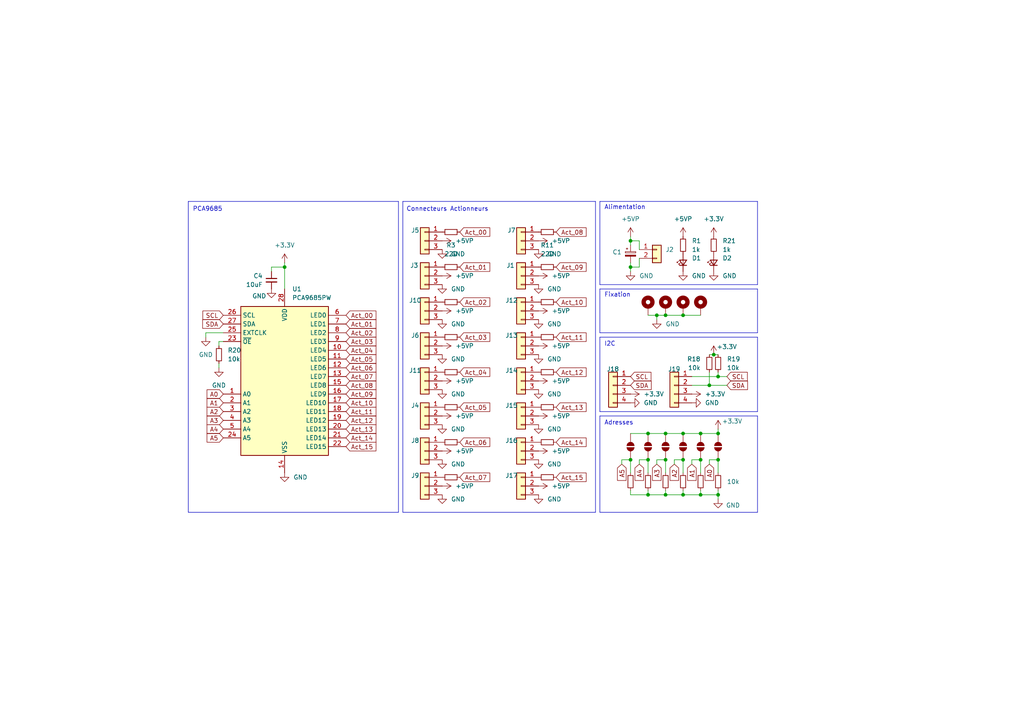
<source format=kicad_sch>
(kicad_sch (version 20231120) (generator "eeschema") (generator_version "8.0")
  (paper "A4")
  (lib_symbols
    (symbol "Connector_Generic:Conn_01x02" (pin_names (offset 1.016) hide)
      (property "Reference" "J" (at 0 2.54 0))
      (property "Value" "Conn_01x02" (at 0 -5.08 0))
      (symbol "Conn_01x02_1_1"
        (rectangle (start -1.27 -2.413) (end 0 -2.667) (stroke (width 0.1524)))
        (rectangle (start -1.27 0.127) (end 0 -0.127) (stroke (width 0.1524)))
        (rectangle (start -1.27 1.27) (end 1.27 -3.81) (stroke (width 0.254)) (fill (type background)))
        (pin passive line (at -5.08 0 0) (length 3.81) (name "Pin_1") (number "1"))
        (pin passive line (at -5.08 -2.54 0) (length 3.81) (name "Pin_2") (number "2"))
      )
    )
    (symbol "Connector_Generic:Conn_01x03" (pin_names (offset 1.016) hide)
      (property "Reference" "J" (at 0 5.08 0))
      (property "Value" "Conn_01x03" (at 0 -5.08 0))
      (symbol "Conn_01x03_1_1"
        (rectangle (start -1.27 -2.413) (end 0 -2.667) (stroke (width 0.1524)))
        (rectangle (start -1.27 0.127) (end 0 -0.127) (stroke (width 0.1524)))
        (rectangle (start -1.27 2.667) (end 0 2.413) (stroke (width 0.1524)))
        (rectangle (start -1.27 3.81) (end 1.27 -3.81) (stroke (width 0.254)) (fill (type background)))
        (pin passive line (at -5.08 2.54 0) (length 3.81) (name "Pin_1") (number "1"))
        (pin passive line (at -5.08 0 0) (length 3.81) (name "Pin_2") (number "2"))
        (pin passive line (at -5.08 -2.54 0) (length 3.81) (name "Pin_3") (number "3"))
      )
    )
    (symbol "Connector_Generic:Conn_01x04" (pin_names (offset 1.016) hide)
      (property "Reference" "J" (at 0 5.08 0))
      (property "Value" "Conn_01x04" (at 0 -7.62 0))
      (symbol "Conn_01x04_1_1"
        (rectangle (start -1.27 -4.953) (end 0 -5.207) (stroke (width 0.1524)))
        (rectangle (start -1.27 -2.413) (end 0 -2.667) (stroke (width 0.1524)))
        (rectangle (start -1.27 0.127) (end 0 -0.127) (stroke (width 0.1524)))
        (rectangle (start -1.27 2.667) (end 0 2.413) (stroke (width 0.1524)))
        (rectangle (start -1.27 3.81) (end 1.27 -6.35) (stroke (width 0.254)) (fill (type background)))
        (pin passive line (at -5.08 2.54 0) (length 3.81) (name "Pin_1") (number "1"))
        (pin passive line (at -5.08 0 0) (length 3.81) (name "Pin_2") (number "2"))
        (pin passive line (at -5.08 -2.54 0) (length 3.81) (name "Pin_3") (number "3"))
        (pin passive line (at -5.08 -5.08 0) (length 3.81) (name "Pin_4") (number "4"))
      )
    )
    (symbol "Device:C_Polarized_Small" (pin_numbers hide) (pin_names (offset 0.254) hide)
      (property "Reference" "C" (at 0.254 1.778 0))
      (property "Value" "C_Polarized_Small" (at 0.254 -2.032 0))
      (symbol "C_Polarized_Small_0_1"
        (rectangle (start -1.524 -0.3048) (end 1.524 -0.6858) (fill (type outline)))
        (rectangle (start -1.524 0.6858) (end 1.524 0.3048))
        (polyline (pts (xy -1.27 1.524) (xy -0.762 1.524)))
        (polyline (pts (xy -1.016 1.27) (xy -1.016 1.778)))
      )
      (symbol "C_Polarized_Small_1_1"
        (pin passive line (at 0 2.54 270) (length 1.8542) (name "~") (number "1"))
        (pin passive line (at 0 -2.54 90) (length 1.8542) (name "~") (number "2"))
      )
    )
    (symbol "Device:C_Small" (pin_numbers hide) (pin_names (offset 0.254) hide)
      (property "Reference" "C" (at 0.254 1.778 0))
      (property "Value" "C_Small" (at 0.254 -2.032 0))
      (symbol "C_Small_0_1"
        (polyline (pts (xy -1.524 -0.508) (xy 1.524 -0.508)) (stroke (width 0.3302)))
        (polyline (pts (xy -1.524 0.508) (xy 1.524 0.508)) (stroke (width 0.3048)))
      )
      (symbol "C_Small_1_1"
        (pin passive line (at 0 2.54 270) (length 2.032) (name "~") (number "1"))
        (pin passive line (at 0 -2.54 90) (length 2.032) (name "~") (number "2"))
      )
    )
    (symbol "Device:LED_Small" (pin_numbers hide) (pin_names (offset 0.254) hide)
      (property "Reference" "D" (at -1.27 3.175 0))
      (property "Value" "LED_Small" (at -4.445 -2.54 0))
      (symbol "LED_Small_0_1"
        (polyline (pts (xy -0.762 -1.016) (xy -0.762 1.016)) (stroke (width 0.254)))
        (polyline (pts (xy 1.016 0) (xy -0.762 0)))
        (polyline (pts (xy 0.762 -1.016) (xy -0.762 0) (xy 0.762 1.016) (xy 0.762 -1.016)) (stroke (width 0.254)))
        (polyline (pts (xy 0 0.762) (xy -0.508 1.27) (xy -0.254 1.27) (xy -0.508 1.27) (xy -0.508 1.016)))
        (polyline (pts (xy 0.508 1.27) (xy 0 1.778) (xy 0.254 1.778) (xy 0 1.778) (xy 0 1.524)))
      )
      (symbol "LED_Small_1_1"
        (pin passive line (at -2.54 0 0) (length 1.778) (name "K") (number "1"))
        (pin passive line (at 2.54 0 180) (length 1.778) (name "A") (number "2"))
      )
    )
    (symbol "Device:R_Small" (pin_numbers hide) (pin_names (offset 0.254) hide)
      (property "Reference" "R" (at 0.762 0.508 0))
      (property "Value" "R_Small" (at 0.762 -1.016 0))
      (symbol "R_Small_0_1"
        (rectangle (start -0.762 1.778) (end 0.762 -1.778) (stroke (width 0.2032)))
      )
      (symbol "R_Small_1_1"
        (pin passive line (at 0 2.54 270) (length 0.762) (name "~") (number "1"))
        (pin passive line (at 0 -2.54 90) (length 0.762) (name "~") (number "2"))
      )
    )
    (symbol "Driver_LED:PCA9685PW"
      (property "Reference" "U" (at -12.7 22.225 0))
      (property "Value" "PCA9685PW" (at 1.27 22.225 0))
      (symbol "PCA9685PW_0_1"
        (rectangle (start -12.7 20.32) (end 12.7 -22.86) (stroke (width 0.254)) (fill (type background)))
      )
      (symbol "PCA9685PW_1_1"
        (pin input line (at -17.78 -5.08 0) (length 5.08) (name "A0") (number "1"))
        (pin output line (at 17.78 7.62 180) (length 5.08) (name "LED4") (number "10"))
        (pin output line (at 17.78 5.08 180) (length 5.08) (name "LED5") (number "11"))
        (pin output line (at 17.78 2.54 180) (length 5.08) (name "LED6") (number "12"))
        (pin output line (at 17.78 0 180) (length 5.08) (name "LED7") (number "13"))
        (pin power_in line (at 0 -27.94 90) (length 5.08) (name "VSS") (number "14"))
        (pin output line (at 17.78 -2.54 180) (length 5.08) (name "LED8") (number "15"))
        (pin output line (at 17.78 -5.08 180) (length 5.08) (name "LED9") (number "16"))
        (pin output line (at 17.78 -7.62 180) (length 5.08) (name "LED10") (number "17"))
        (pin output line (at 17.78 -10.16 180) (length 5.08) (name "LED11") (number "18"))
        (pin output line (at 17.78 -12.7 180) (length 5.08) (name "LED12") (number "19"))
        (pin input line (at -17.78 -7.62 0) (length 5.08) (name "A1") (number "2"))
        (pin output line (at 17.78 -15.24 180) (length 5.08) (name "LED13") (number "20"))
        (pin output line (at 17.78 -17.78 180) (length 5.08) (name "LED14") (number "21"))
        (pin output line (at 17.78 -20.32 180) (length 5.08) (name "LED15") (number "22"))
        (pin input line (at -17.78 10.16 0) (length 5.08) (name "~{OE}") (number "23"))
        (pin input line (at -17.78 -17.78 0) (length 5.08) (name "A5") (number "24"))
        (pin input line (at -17.78 12.7 0) (length 5.08) (name "EXTCLK") (number "25"))
        (pin input line (at -17.78 17.78 0) (length 5.08) (name "SCL") (number "26"))
        (pin bidirectional line (at -17.78 15.24 0) (length 5.08) (name "SDA") (number "27"))
        (pin power_in line (at 0 25.4 270) (length 5.08) (name "VDD") (number "28"))
        (pin input line (at -17.78 -10.16 0) (length 5.08) (name "A2") (number "3"))
        (pin input line (at -17.78 -12.7 0) (length 5.08) (name "A3") (number "4"))
        (pin input line (at -17.78 -15.24 0) (length 5.08) (name "A4") (number "5"))
        (pin output line (at 17.78 17.78 180) (length 5.08) (name "LED0") (number "6"))
        (pin output line (at 17.78 15.24 180) (length 5.08) (name "LED1") (number "7"))
        (pin output line (at 17.78 12.7 180) (length 5.08) (name "LED2") (number "8"))
        (pin output line (at 17.78 10.16 180) (length 5.08) (name "LED3") (number "9"))
      )
    )
    (symbol "Jumper:SolderJumper_2_Open" (pin_numbers hide) (pin_names (offset 0) hide) (exclude_from_sim yes) (in_bom no)
      (property "Reference" "JP" (at 0 2.032 0))
      (property "Value" "SolderJumper_2_Open" (at 0 -2.54 0))
      (symbol "SolderJumper_2_Open_0_1"
        (arc (start -0.254 1.016) (mid -1.2656 0) (end -0.254 -1.016))
        (arc (start -0.254 1.016) (mid -1.2656 0) (end -0.254 -1.016) (fill (type outline)))
        (polyline (pts (xy -0.254 1.016) (xy -0.254 -1.016)))
        (polyline (pts (xy 0.254 1.016) (xy 0.254 -1.016)))
        (arc (start 0.254 -1.016) (mid 1.2656 0) (end 0.254 1.016))
        (arc (start 0.254 -1.016) (mid 1.2656 0) (end 0.254 1.016) (fill (type outline)))
      )
      (symbol "SolderJumper_2_Open_1_1"
        (pin passive line (at -3.81 0 0) (length 2.54) (name "A") (number "1"))
        (pin passive line (at 3.81 0 180) (length 2.54) (name "B") (number "2"))
      )
    )
    (symbol "Mechanical:MountingHole_Pad" (pin_numbers hide) (pin_names (offset 1.016) hide)
      (property "Reference" "H" (at 0 6.35 0))
      (property "Value" "MountingHole_Pad" (at 0 4.445 0))
      (symbol "MountingHole_Pad_0_1"
        (circle (center 0 1.27) (radius 1.27) (stroke (width 1.27)))
      )
      (symbol "MountingHole_Pad_1_1"
        (pin input line (at 0 -2.54 90) (length 2.54) (name "1") (number "1"))
      )
    )
    (symbol "power:+3.3V" (power) (pin_numbers hide) (pin_names (offset 0) hide)
      (property "Value" "+3.3V" (at 0 3.556 0))
      (symbol "+3.3V_0_1"
        (polyline (pts (xy -0.762 1.27) (xy 0 2.54)))
        (polyline (pts (xy 0 0) (xy 0 2.54)))
        (polyline (pts (xy 0 2.54) (xy 0.762 1.27)))
      )
      (symbol "+3.3V_1_1"
        (pin power_in line (at 0 0 90) (length 0) (name "~") (number "1"))
      )
    )
    (symbol "power:+5VP" (power) (pin_names (offset 0))
      (property "Value" "+5VP" (at 0 3.556 0))
      (symbol "+5VP_0_1"
        (polyline (pts (xy -0.762 1.27) (xy 0 2.54)))
        (polyline (pts (xy 0 0) (xy 0 2.54)))
        (polyline (pts (xy 0 2.54) (xy 0.762 1.27)))
      )
      (symbol "+5VP_1_1"
        (pin power_in line (at 0 0 90) (length 0) hide (name "+5VP") (number "1"))
      )
    )
    (symbol "power:GND" (power) (pin_names (offset 0))
      (property "Value" "GND" (at 0 -3.81 0))
      (symbol "GND_0_1"
        (polyline (pts (xy 0 0) (xy 0 -1.27) (xy 1.27 -1.27) (xy 0 -2.54) (xy -1.27 -1.27) (xy 0 -1.27)))
      )
      (symbol "GND_1_1"
        (pin power_in line (at 0 0 270) (length 0) hide (name "GND") (number "1"))
      )
    )
  )
  (junction (at 198.12 91.44))
  (junction (at 187.96 143.51))
  (junction (at 208.28 143.51))
  (junction (at 208.28 125.73))
  (junction (at 187.96 125.73))
  (junction (at 182.88 77.47))
  (junction (at 193.04 143.51))
  (junction (at 203.2 143.51))
  (junction (at 203.2 133.35))
  (junction (at 190.5 91.44))
  (junction (at 208.28 109.22))
  (junction (at 187.96 133.35))
  (junction (at 208.28 133.35))
  (junction (at 203.2 125.73))
  (junction (at 205.74 111.76))
  (junction (at 198.12 133.35))
  (junction (at 182.88 133.35))
  (junction (at 198.12 143.51))
  (junction (at 182.88 69.85))
  (junction (at 207.01 102.87))
  (junction (at 193.04 133.35))
  (junction (at 193.04 91.44))
  (junction (at 193.04 125.73))
  (junction (at 82.55 77.47))
  (junction (at 198.12 125.73))
  (wire (pts (xy 193.04 91.44) (xy 198.12 91.44)))
  (wire (pts (xy 205.74 134.62) (xy 205.74 133.35)))
  (wire (pts (xy 198.12 125.73) (xy 203.2 125.73)))
  (wire (pts (xy 180.34 134.62) (xy 180.34 133.35)))
  (polyline (pts (xy 219.71 58.42) (xy 219.71 82.55)))
  (wire (pts (xy 208.28 143.51) (xy 208.28 142.24)))
  (polyline (pts (xy 116.84 148.59) (xy 116.84 58.42)))
  (wire (pts (xy 182.88 143.51) (xy 187.96 143.51)))
  (wire (pts (xy 208.28 133.35) (xy 208.28 137.16)))
  (wire (pts (xy 203.2 125.73) (xy 208.28 125.73)))
  (wire (pts (xy 182.88 133.35) (xy 182.88 137.16)))
  (polyline (pts (xy 219.71 97.79) (xy 219.71 119.38)))
  (wire (pts (xy 182.88 76.2) (xy 182.88 77.47)))
  (wire (pts (xy 182.88 71.12) (xy 182.88 69.85)))
  (wire (pts (xy 182.88 142.24) (xy 182.88 143.51)))
  (wire (pts (xy 198.12 142.24) (xy 198.12 143.51)))
  (polyline (pts (xy 173.99 58.42) (xy 173.99 82.55)))
  (polyline (pts (xy 115.57 148.59) (xy 54.61 148.59)))
  (wire (pts (xy 203.2 142.24) (xy 203.2 143.51)))
  (wire (pts (xy 182.88 77.47) (xy 185.42 77.47)))
  (wire (pts (xy 205.74 111.76) (xy 210.82 111.76)))
  (wire (pts (xy 207.01 102.87) (xy 208.28 102.87)))
  (wire (pts (xy 200.66 109.22) (xy 208.28 109.22)))
  (wire (pts (xy 190.5 134.62) (xy 190.5 133.35)))
  (wire (pts (xy 78.74 77.47) (xy 82.55 77.47)))
  (polyline (pts (xy 219.71 148.59) (xy 173.99 148.59)))
  (polyline (pts (xy 219.71 82.55) (xy 173.99 82.55)))
  (wire (pts (xy 182.88 125.73) (xy 187.96 125.73)))
  (wire (pts (xy 180.34 133.35) (xy 182.88 133.35)))
  (polyline (pts (xy 173.99 97.79) (xy 173.99 119.38)))
  (wire (pts (xy 193.04 142.24) (xy 193.04 143.51)))
  (wire (pts (xy 190.5 91.44) (xy 193.04 91.44)))
  (wire (pts (xy 185.42 74.93) (xy 185.42 77.47)))
  (wire (pts (xy 195.58 133.35) (xy 198.12 133.35)))
  (polyline (pts (xy 115.57 58.42) (xy 115.57 148.59)))
  (wire (pts (xy 182.88 77.47) (xy 182.88 78.74)))
  (wire (pts (xy 190.5 133.35) (xy 193.04 133.35)))
  (wire (pts (xy 205.74 133.35) (xy 208.28 133.35)))
  (polyline (pts (xy 173.99 120.65) (xy 173.99 148.59)))
  (wire (pts (xy 203.2 133.35) (xy 203.2 137.16)))
  (wire (pts (xy 198.12 133.35) (xy 198.12 137.16)))
  (wire (pts (xy 187.96 91.44) (xy 190.5 91.44)))
  (wire (pts (xy 200.66 134.62) (xy 200.66 133.35)))
  (polyline (pts (xy 173.99 97.79) (xy 219.71 97.79)))
  (wire (pts (xy 187.96 125.73) (xy 193.04 125.73)))
  (wire (pts (xy 64.77 99.06) (xy 63.5 99.06)))
  (wire (pts (xy 187.96 143.51) (xy 193.04 143.51)))
  (polyline (pts (xy 172.72 148.59) (xy 116.84 148.59)))
  (polyline (pts (xy 173.99 120.65) (xy 219.71 120.65)))
  (wire (pts (xy 185.42 134.62) (xy 185.42 133.35)))
  (wire (pts (xy 193.04 143.51) (xy 198.12 143.51)))
  (wire (pts (xy 182.88 69.85) (xy 185.42 69.85)))
  (wire (pts (xy 82.55 77.47) (xy 82.55 76.2)))
  (polyline (pts (xy 173.99 83.82) (xy 219.71 83.82)))
  (wire (pts (xy 198.12 91.44) (xy 203.2 91.44)))
  (wire (pts (xy 190.5 91.44) (xy 190.5 92.71)))
  (polyline (pts (xy 219.71 96.52) (xy 173.99 96.52)))
  (wire (pts (xy 185.42 72.39) (xy 185.42 69.85)))
  (wire (pts (xy 208.28 144.78) (xy 208.28 143.51)))
  (wire (pts (xy 193.04 133.35) (xy 193.04 137.16)))
  (polyline (pts (xy 173.99 58.42) (xy 219.71 58.42)))
  (wire (pts (xy 82.55 77.47) (xy 82.55 83.82)))
  (wire (pts (xy 200.66 133.35) (xy 203.2 133.35)))
  (wire (pts (xy 195.58 134.62) (xy 195.58 133.35)))
  (polyline (pts (xy 219.71 120.65) (xy 219.71 148.59)))
  (wire (pts (xy 63.5 99.06) (xy 63.5 100.33)))
  (wire (pts (xy 200.66 111.76) (xy 205.74 111.76)))
  (wire (pts (xy 205.74 107.95) (xy 205.74 111.76)))
  (polyline (pts (xy 219.71 119.38) (xy 173.99 119.38)))
  (polyline (pts (xy 173.99 83.82) (xy 173.99 96.52)))
  (wire (pts (xy 59.69 96.52) (xy 59.69 97.79)))
  (wire (pts (xy 193.04 125.73) (xy 198.12 125.73)))
  (wire (pts (xy 198.12 143.51) (xy 203.2 143.51)))
  (wire (pts (xy 208.28 109.22) (xy 208.28 107.95)))
  (polyline (pts (xy 116.84 58.42) (xy 172.72 58.42)))
  (wire (pts (xy 182.88 68.58) (xy 182.88 69.85)))
  (wire (pts (xy 203.2 143.51) (xy 208.28 143.51)))
  (wire (pts (xy 205.74 102.87) (xy 207.01 102.87)))
  (wire (pts (xy 185.42 133.35) (xy 187.96 133.35)))
  (wire (pts (xy 208.28 124.46) (xy 208.28 125.73)))
  (polyline (pts (xy 54.61 58.42) (xy 54.61 148.59)))
  (wire (pts (xy 64.77 96.52) (xy 59.69 96.52)))
  (polyline (pts (xy 54.61 58.42) (xy 115.57 58.42)))
  (wire (pts (xy 187.96 142.24) (xy 187.96 143.51)))
  (wire (pts (xy 78.74 78.74) (xy 78.74 77.47)))
  (wire (pts (xy 187.96 133.35) (xy 187.96 137.16)))
  (wire (pts (xy 63.5 105.41) (xy 63.5 106.68)))
  (polyline (pts (xy 172.72 58.42) (xy 172.72 148.59)))
  (wire (pts (xy 210.82 109.22) (xy 208.28 109.22)))
  (polyline (pts (xy 219.71 83.82) (xy 219.71 96.52)))
  (text "Adresses" (at 175.26 123.444 0) (effects (font (size 1.27 1.27)) (justify left bottom)))
  (text "Alimentation" (at 175.26 60.96 0) (effects (font (size 1.27 1.27)) (justify left bottom)))
  (text "Fixation" (at 175.26 86.36 0) (effects (font (size 1.27 1.27)) (justify left bottom)))
  (text "PCA9685" (at 55.88 61.468 0) (effects (font (size 1.27 1.27)) (justify left bottom)))
  (text "I2C" (at 175.26 100.584 0) (effects (font (size 1.27 1.27)) (justify left bottom)))
  (text "Connecteurs Actionneurs" (at 117.856 61.468 0) (effects (font (size 1.27 1.27)) (justify left bottom)))
  (global_label "A1" (shape input) (at 64.77 116.84 180) (property "Intersheetrefs" "${INTERSHEET_REFS}" (effects (hide yes))))
  (global_label "Act_03" (shape input) (at 100.33 99.06 0) (property "Intersheetrefs" "${INTERSHEET_REFS}" (effects (hide yes))))
  (global_label "Act_15" (shape input) (at 100.33 129.54 0) (property "Intersheetrefs" "${INTERSHEET_REFS}" (effects (hide yes))))
  (global_label "A4" (shape input) (at 185.42 134.62 270) (property "Intersheetrefs" "${INTERSHEET_REFS}" (effects (hide yes))))
  (global_label "Act_08" (shape input) (at 100.33 111.76 0) (property "Intersheetrefs" "${INTERSHEET_REFS}" (effects (hide yes))))
  (global_label "Act_04" (shape input) (at 100.33 101.6 0) (property "Intersheetrefs" "${INTERSHEET_REFS}" (effects (hide yes))))
  (global_label "A4" (shape input) (at 64.77 124.46 180) (property "Intersheetrefs" "${INTERSHEET_REFS}" (effects (hide yes))))
  (global_label "Act_08" (shape input) (at 161.29 67.31 0) (property "Intersheetrefs" "${INTERSHEET_REFS}" (effects (hide yes))))
  (global_label "A5" (shape input) (at 64.77 127 180) (property "Intersheetrefs" "${INTERSHEET_REFS}" (effects (hide yes))))
  (global_label "Act_06" (shape input) (at 133.35 128.27 0) (property "Intersheetrefs" "${INTERSHEET_REFS}" (effects (hide yes))))
  (global_label "Act_03" (shape input) (at 133.35 97.79 0) (property "Intersheetrefs" "${INTERSHEET_REFS}" (effects (hide yes))))
  (global_label "SDA" (shape input) (at 182.88 111.76 0) (property "Intersheetrefs" "${INTERSHEET_REFS}" (effects (hide yes))))
  (global_label "Act_09" (shape input) (at 100.33 114.3 0) (property "Intersheetrefs" "${INTERSHEET_REFS}" (effects (hide yes))))
  (global_label "SCL" (shape input) (at 182.88 109.22 0) (property "Intersheetrefs" "${INTERSHEET_REFS}" (effects (hide yes))))
  (global_label "Act_11" (shape input) (at 100.33 119.38 0) (property "Intersheetrefs" "${INTERSHEET_REFS}" (effects (hide yes))))
  (global_label "A3" (shape input) (at 190.5 134.62 270) (property "Intersheetrefs" "${INTERSHEET_REFS}" (effects (hide yes))))
  (global_label "A1" (shape input) (at 200.66 134.62 270) (property "Intersheetrefs" "${INTERSHEET_REFS}" (effects (hide yes))))
  (global_label "A2" (shape input) (at 64.77 119.38 180) (property "Intersheetrefs" "${INTERSHEET_REFS}" (effects (hide yes))))
  (global_label "Act_15" (shape input) (at 161.29 138.43 0) (property "Intersheetrefs" "${INTERSHEET_REFS}" (effects (hide yes))))
  (global_label "A3" (shape input) (at 64.77 121.92 180) (property "Intersheetrefs" "${INTERSHEET_REFS}" (effects (hide yes))))
  (global_label "Act_12" (shape input) (at 161.29 107.95 0) (property "Intersheetrefs" "${INTERSHEET_REFS}" (effects (hide yes))))
  (global_label "Act_09" (shape input) (at 161.29 77.47 0) (property "Intersheetrefs" "${INTERSHEET_REFS}" (effects (hide yes))))
  (global_label "Act_01" (shape input) (at 133.35 77.47 0) (property "Intersheetrefs" "${INTERSHEET_REFS}" (effects (hide yes))))
  (global_label "SCL" (shape input) (at 64.77 91.44 180) (property "Intersheetrefs" "${INTERSHEET_REFS}" (effects (hide yes))))
  (global_label "Act_13" (shape input) (at 100.33 124.46 0) (property "Intersheetrefs" "${INTERSHEET_REFS}" (effects (hide yes))))
  (global_label "A0" (shape input) (at 64.77 114.3 180) (property "Intersheetrefs" "${INTERSHEET_REFS}" (effects (hide yes))))
  (global_label "Act_07" (shape input) (at 100.33 109.22 0) (property "Intersheetrefs" "${INTERSHEET_REFS}" (effects (hide yes))))
  (global_label "SCL" (shape input) (at 210.82 109.22 0) (property "Intersheetrefs" "${INTERSHEET_REFS}" (effects (hide yes))))
  (global_label "A0" (shape input) (at 205.74 134.62 270) (property "Intersheetrefs" "${INTERSHEET_REFS}" (effects (hide yes))))
  (global_label "Act_01" (shape input) (at 100.33 93.98 0) (property "Intersheetrefs" "${INTERSHEET_REFS}" (effects (hide yes))))
  (global_label "Act_04" (shape input) (at 133.35 107.95 0) (property "Intersheetrefs" "${INTERSHEET_REFS}" (effects (hide yes))))
  (global_label "Act_05" (shape input) (at 100.33 104.14 0) (property "Intersheetrefs" "${INTERSHEET_REFS}" (effects (hide yes))))
  (global_label "Act_02" (shape input) (at 133.35 87.63 0) (property "Intersheetrefs" "${INTERSHEET_REFS}" (effects (hide yes))))
  (global_label "SDA" (shape input) (at 210.82 111.76 0) (property "Intersheetrefs" "${INTERSHEET_REFS}" (effects (hide yes))))
  (global_label "Act_14" (shape input) (at 161.29 128.27 0) (property "Intersheetrefs" "${INTERSHEET_REFS}" (effects (hide yes))))
  (global_label "SDA" (shape input) (at 64.77 93.98 180) (property "Intersheetrefs" "${INTERSHEET_REFS}" (effects (hide yes))))
  (global_label "Act_00" (shape input) (at 100.33 91.44 0) (property "Intersheetrefs" "${INTERSHEET_REFS}" (effects (hide yes))))
  (global_label "A2" (shape input) (at 195.58 134.62 270) (property "Intersheetrefs" "${INTERSHEET_REFS}" (effects (hide yes))))
  (global_label "Act_12" (shape input) (at 100.33 121.92 0) (property "Intersheetrefs" "${INTERSHEET_REFS}" (effects (hide yes))))
  (global_label "Act_10" (shape input) (at 100.33 116.84 0) (property "Intersheetrefs" "${INTERSHEET_REFS}" (effects (hide yes))))
  (global_label "Act_06" (shape input) (at 100.33 106.68 0) (property "Intersheetrefs" "${INTERSHEET_REFS}" (effects (hide yes))))
  (global_label "Act_13" (shape input) (at 161.29 118.11 0) (property "Intersheetrefs" "${INTERSHEET_REFS}" (effects (hide yes))))
  (global_label "Act_11" (shape input) (at 161.29 97.79 0) (property "Intersheetrefs" "${INTERSHEET_REFS}" (effects (hide yes))))
  (global_label "A5" (shape input) (at 180.34 134.62 270) (property "Intersheetrefs" "${INTERSHEET_REFS}" (effects (hide yes))))
  (global_label "Act_05" (shape input) (at 133.35 118.11 0) (property "Intersheetrefs" "${INTERSHEET_REFS}" (effects (hide yes))))
  (global_label "Act_07" (shape input) (at 133.35 138.43 0) (property "Intersheetrefs" "${INTERSHEET_REFS}" (effects (hide yes))))
  (global_label "Act_00" (shape input) (at 133.35 67.31 0) (property "Intersheetrefs" "${INTERSHEET_REFS}" (effects (hide yes))))
  (global_label "Act_02" (shape input) (at 100.33 96.52 0) (property "Intersheetrefs" "${INTERSHEET_REFS}" (effects (hide yes))))
  (global_label "Act_14" (shape input) (at 100.33 127 0) (property "Intersheetrefs" "${INTERSHEET_REFS}" (effects (hide yes))))
  (global_label "Act_10" (shape input) (at 161.29 87.63 0) (property "Intersheetrefs" "${INTERSHEET_REFS}" (effects (hide yes))))
  (symbol (lib_id "power:GND") (at 156.21 143.51 0) (unit 1)
    (property "Reference" "#PWR014" (effects (hide yes)))
    (property "Value" "GND" (at 158.75 144.7799 0) (effects (justify left)))
  )
  (symbol (lib_id "power:+3.3V") (at 207.01 102.87 0) (unit 1)
    (property "Reference" "#PWR017" (effects (hide yes)))
    (property "Value" "+3.3V" (at 210.82 100.584 0))
    (property "Description" "Power symbol creates a global label with name \"+3.3V\"" (effects (hide yes)))
  )
  (symbol (lib_id "power:+5VP") (at 128.27 100.33 270) (unit 1)
    (property "Reference" "#PWR0110" (effects (hide yes)))
    (property "Value" "+5VP" (at 132.08 100.3299 90) (effects (justify left)))
  )
  (symbol (lib_id "power:+5VP") (at 156.21 130.81 270) (unit 1)
    (property "Reference" "#PWR011" (effects (hide yes)))
    (property "Value" "+5VP" (at 160.02 130.8099 90) (effects (justify left)))
  )
  (symbol (lib_id "Device:R_Small") (at 130.81 67.31 90) (unit 1)
    (property "Reference" "R2" (effects (hide yes)))
    (property "Value" "220" (effects (hide yes)))
    (property "Footprint" "Resistor_SMD:R_1206_3216Metric_Pad1.30x1.75mm_HandSolder" (effects (hide yes)))
  )
  (symbol (lib_id "Connector_Generic:Conn_01x03") (at 151.13 100.33 0) (mirror y) (unit 1)
    (property "Reference" "J13" (at 148.3674 97.2845 0))
    (property "Value" "Conn_01x03" (effects (hide yes)))
    (property "Footprint" "Connector_PinHeader_2.54mm:PinHeader_1x03_P2.54mm_Vertical" (effects (hide yes)))
  )
  (symbol (lib_id "Jumper:SolderJumper_2_Open") (at 208.28 129.54 90) (unit 1) (exclude_from_sim yes) (in_bom no)
    (property "Reference" "JP1" (effects (hide yes)))
    (property "Value" "SolderJumper_2_Open" (effects (hide yes)))
    (property "Footprint" "Jumper:SolderJumper-2_P1.3mm_Open_RoundedPad1.0x1.5mm" (effects (hide yes)))
    (property "Description" "Solder Jumper, 2-pole, open" (effects (hide yes)))
  )
  (symbol (lib_id "Connector_Generic:Conn_01x03") (at 151.13 140.97 0) (mirror y) (unit 1)
    (property "Reference" "J17" (at 148.3674 137.9245 0))
    (property "Value" "Conn_01x03" (effects (hide yes)))
    (property "Footprint" "Connector_PinHeader_2.54mm:PinHeader_1x03_P2.54mm_Vertical" (effects (hide yes)))
  )
  (symbol (lib_id "power:GND") (at 190.5 92.71 0) (unit 1)
    (property "Reference" "#PWR0106" (effects (hide yes)))
    (property "Value" "GND" (at 193.04 93.9799 0) (effects (justify left)))
  )
  (symbol (lib_id "power:GND") (at 156.21 82.55 0) (unit 1)
    (property "Reference" "#PWR02" (effects (hide yes)))
    (property "Value" "GND" (at 158.75 83.8199 0) (effects (justify left)))
  )
  (symbol (lib_id "power:+5VP") (at 156.21 110.49 270) (unit 1)
    (property "Reference" "#PWR07" (effects (hide yes)))
    (property "Value" "+5VP" (at 160.02 110.4899 90) (effects (justify left)))
  )
  (symbol (lib_id "Device:R_Small") (at 187.96 139.7 0) (unit 1)
    (property "Reference" "R26" (effects (hide yes)))
    (property "Value" "10k" (effects (hide yes)))
    (property "Footprint" "Resistor_SMD:R_1206_3216Metric_Pad1.30x1.75mm_HandSolder" (effects (hide yes)))
  )
  (symbol (lib_id "Connector_Generic:Conn_01x03") (at 123.19 120.65 0) (mirror y) (unit 1)
    (property "Reference" "J4" (at 120.4274 117.6045 0))
    (property "Value" "Conn_01x03" (effects (hide yes)))
    (property "Footprint" "Connector_PinHeader_2.54mm:PinHeader_1x03_P2.54mm_Vertical" (effects (hide yes)))
  )
  (symbol (lib_id "Device:R_Small") (at 198.12 71.12 0) (unit 1)
    (property "Reference" "R1" (at 200.66 69.8499 0) (effects (justify left)))
    (property "Value" "1k" (at 200.66 72.3899 0) (effects (justify left)))
    (property "Footprint" "Resistor_SMD:R_1206_3216Metric_Pad1.30x1.75mm_HandSolder" (effects (hide yes)))
  )
  (symbol (lib_id "power:GND") (at 156.21 102.87 0) (unit 1)
    (property "Reference" "#PWR06" (effects (hide yes)))
    (property "Value" "GND" (at 158.75 104.1399 0) (effects (justify left)))
  )
  (symbol (lib_id "Connector_Generic:Conn_01x03") (at 123.19 130.81 0) (mirror y) (unit 1)
    (property "Reference" "J8" (at 120.4274 127.7645 0))
    (property "Value" "Conn_01x03" (effects (hide yes)))
    (property "Footprint" "Connector_PinHeader_2.54mm:PinHeader_1x03_P2.54mm_Vertical" (effects (hide yes)))
  )
  (symbol (lib_id "power:+5VP") (at 128.27 69.85 270) (unit 1)
    (property "Reference" "#PWR0107" (effects (hide yes)))
    (property "Value" "+5VP" (at 132.08 69.8499 90) (effects (justify left)))
  )
  (symbol (lib_id "Connector_Generic:Conn_01x02") (at 190.5 72.39 0) (unit 1)
    (property "Reference" "J2" (at 193.04 72.3899 0) (effects (justify left)))
    (property "Value" "Conn_01x02" (effects (hide yes)))
    (property "Footprint" "Connector_Molex:Molex_KK-396_A-41791-0002_1x02_P3.96mm_Vertical" (effects (hide yes)))
  )
  (symbol (lib_id "Jumper:SolderJumper_2_Open") (at 182.88 129.54 90) (unit 1) (exclude_from_sim yes) (in_bom no)
    (property "Reference" "JP6" (effects (hide yes)))
    (property "Value" "SolderJumper_2_Open" (effects (hide yes)))
    (property "Footprint" "Jumper:SolderJumper-2_P1.3mm_Open_RoundedPad1.0x1.5mm" (effects (hide yes)))
    (property "Description" "Solder Jumper, 2-pole, open" (effects (hide yes)))
  )
  (symbol (lib_id "power:GND") (at 200.66 116.84 90) (unit 1)
    (property "Reference" "#PWR018" (effects (hide yes)))
    (property "Value" "GND" (at 204.47 116.8399 90) (effects (justify right)))
  )
  (symbol (lib_id "power:+5VP") (at 156.21 69.85 270) (unit 1)
    (property "Reference" "#PWR0116" (effects (hide yes)))
    (property "Value" "+5VP" (at 160.02 69.8499 90) (effects (justify left)))
  )
  (symbol (lib_id "power:GND") (at 82.55 137.16 0) (unit 1)
    (property "Reference" "#PWR015" (effects (hide yes)))
    (property "Value" "GND" (at 85.09 138.4299 0) (effects (justify left)))
  )
  (symbol (lib_id "power:+5VP") (at 156.21 90.17 270) (unit 1)
    (property "Reference" "#PWR03" (effects (hide yes)))
    (property "Value" "+5VP" (at 160.02 90.1699 90) (effects (justify left)))
  )
  (symbol (lib_id "Device:R_Small") (at 130.81 107.95 90) (unit 1)
    (property "Reference" "R6" (effects (hide yes)))
    (property "Value" "220" (effects (hide yes)))
    (property "Footprint" "Resistor_SMD:R_1206_3216Metric_Pad1.30x1.75mm_HandSolder" (effects (hide yes)))
  )
  (symbol (lib_id "Connector_Generic:Conn_01x03") (at 151.13 120.65 0) (mirror y) (unit 1)
    (property "Reference" "J15" (at 148.3674 117.6045 0))
    (property "Value" "Conn_01x03" (effects (hide yes)))
    (property "Footprint" "Connector_PinHeader_2.54mm:PinHeader_1x03_P2.54mm_Vertical" (effects (hide yes)))
  )
  (symbol (lib_id "power:GND") (at 128.27 102.87 0) (unit 1)
    (property "Reference" "#PWR0109" (effects (hide yes)))
    (property "Value" "GND" (at 130.81 104.1399 0) (effects (justify left)))
  )
  (symbol (lib_id "Device:R_Small") (at 130.81 138.43 90) (unit 1)
    (property "Reference" "R9" (effects (hide yes)))
    (property "Value" "220" (effects (hide yes)))
    (property "Footprint" "Resistor_SMD:R_1206_3216Metric_Pad1.30x1.75mm_HandSolder" (effects (hide yes)))
  )
  (symbol (lib_id "Device:C_Polarized_Small") (at 182.88 73.66 0) (unit 1)
    (property "Reference" "C1" (at 180.34 73.1138 0) (effects (justify right)))
    (property "Value" "C_Polarized_Small" (effects (hide yes)))
    (property "Footprint" "Capacitor_THT:CP_Radial_D10.0mm_P5.00mm" (effects (hide yes)))
  )
  (symbol (lib_id "Connector_Generic:Conn_01x03") (at 123.19 69.85 0) (mirror y) (unit 1)
    (property "Reference" "J5" (at 120.4274 66.8045 0))
    (property "Value" "Conn_01x03" (effects (hide yes)))
    (property "Footprint" "Connector_PinHeader_2.54mm:PinHeader_1x03_P2.54mm_Vertical" (effects (hide yes)))
  )
  (symbol (lib_id "Device:R_Small") (at 130.81 87.63 90) (unit 1)
    (property "Reference" "R4" (effects (hide yes)))
    (property "Value" "220" (effects (hide yes)))
    (property "Footprint" "Resistor_SMD:R_1206_3216Metric_Pad1.30x1.75mm_HandSolder" (effects (hide yes)))
  )
  (symbol (lib_id "power:+5VP") (at 128.27 120.65 270) (unit 1)
    (property "Reference" "#PWR0114" (effects (hide yes)))
    (property "Value" "+5VP" (at 132.08 120.6499 90) (effects (justify left)))
  )
  (symbol (lib_id "power:+5VP") (at 128.27 140.97 270) (unit 1)
    (property "Reference" "#PWR0123" (effects (hide yes)))
    (property "Value" "+5VP" (at 132.08 140.9699 90) (effects (justify left)))
  )
  (symbol (lib_id "Device:R_Small") (at 208.28 105.41 180) (unit 1)
    (property "Reference" "R19" (at 210.82 104.1399 0) (effects (justify right)))
    (property "Value" "10k" (at 210.82 106.6799 0) (effects (justify right)))
    (property "Footprint" "Resistor_SMD:R_1206_3216Metric_Pad1.30x1.75mm_HandSolder" (effects (hide yes)))
  )
  (symbol (lib_id "power:GND") (at 128.27 133.35 0) (unit 1)
    (property "Reference" "#PWR0120" (effects (hide yes)))
    (property "Value" "GND" (at 130.81 134.6199 0) (effects (justify left)))
  )
  (symbol (lib_id "power:+5VP") (at 128.27 90.17 270) (unit 1)
    (property "Reference" "#PWR0117" (effects (hide yes)))
    (property "Value" "+5VP" (at 132.08 90.1699 90) (effects (justify left)))
  )
  (symbol (lib_id "Mechanical:MountingHole_Pad") (at 193.04 88.9 0) (unit 1)
    (property "Reference" "H2" (effects (hide yes)))
    (property "Value" "MountingHole_Pad" (effects (hide yes)))
    (property "Footprint" "MountingHole:MountingHole_3.2mm_M3_Pad_Via" (effects (hide yes)))
  )
  (symbol (lib_id "Device:R_Small") (at 158.75 107.95 90) (unit 1)
    (property "Reference" "R14" (effects (hide yes)))
    (property "Value" "220" (effects (hide yes)))
    (property "Footprint" "Resistor_SMD:R_1206_3216Metric_Pad1.30x1.75mm_HandSolder" (effects (hide yes)))
  )
  (symbol (lib_id "Connector_Generic:Conn_01x04") (at 177.8 111.76 0) (mirror y) (unit 1)
    (property "Reference" "J18" (at 179.5779 107.0415 0) (effects (justify left)))
    (property "Value" "Conn_01x04" (effects (hide yes)))
    (property "Footprint" "Connector_Molex:Molex_KK-254_AE-6410-04A_1x04_P2.54mm_Vertical" (effects (hide yes)))
  )
  (symbol (lib_id "power:+3.3V") (at 82.55 76.2 0) (unit 1)
    (property "Reference" "#PWR016" (effects (hide yes)))
    (property "Value" "+3.3V" (at 82.55 71.12 0))
    (property "Description" "Power symbol creates a global label with name \"+3.3V\"" (effects (hide yes)))
  )
  (symbol (lib_id "Device:R_Small") (at 158.75 128.27 90) (unit 1)
    (property "Reference" "R16" (effects (hide yes)))
    (property "Value" "220" (effects (hide yes)))
    (property "Footprint" "Resistor_SMD:R_1206_3216Metric_Pad1.30x1.75mm_HandSolder" (effects (hide yes)))
  )
  (symbol (lib_id "Device:R_Small") (at 182.88 139.7 0) (unit 1)
    (property "Reference" "R27" (effects (hide yes)))
    (property "Value" "10k" (effects (hide yes)))
    (property "Footprint" "Resistor_SMD:R_1206_3216Metric_Pad1.30x1.75mm_HandSolder" (effects (hide yes)))
  )
  (symbol (lib_id "Device:R_Small") (at 158.75 87.63 90) (unit 1)
    (property "Reference" "R12" (effects (hide yes)))
    (property "Value" "220" (effects (hide yes)))
    (property "Footprint" "Resistor_SMD:R_1206_3216Metric_Pad1.30x1.75mm_HandSolder" (effects (hide yes)))
  )
  (symbol (lib_id "power:+5VP") (at 156.21 100.33 270) (unit 1)
    (property "Reference" "#PWR05" (effects (hide yes)))
    (property "Value" "+5VP" (at 160.02 100.3299 90) (effects (justify left)))
  )
  (symbol (lib_id "Device:R_Small") (at 205.74 105.41 180) (unit 1)
    (property "Reference" "R18" (at 203.2 104.1399 0) (effects (justify left)))
    (property "Value" "10k" (at 203.2 106.6799 0) (effects (justify left)))
    (property "Footprint" "Resistor_SMD:R_1206_3216Metric_Pad1.30x1.75mm_HandSolder" (effects (hide yes)))
  )
  (symbol (lib_id "power:GND") (at 128.27 82.55 0) (unit 1)
    (property "Reference" "#PWR0111" (effects (hide yes)))
    (property "Value" "GND" (at 130.81 83.8199 0) (effects (justify left)))
  )
  (symbol (lib_id "Device:R_Small") (at 198.12 139.7 0) (unit 1)
    (property "Reference" "R24" (effects (hide yes)))
    (property "Value" "10k" (effects (hide yes)))
    (property "Footprint" "Resistor_SMD:R_1206_3216Metric_Pad1.30x1.75mm_HandSolder" (effects (hide yes)))
  )
  (symbol (lib_id "Jumper:SolderJumper_2_Open") (at 187.96 129.54 90) (unit 1) (exclude_from_sim yes) (in_bom no)
    (property "Reference" "JP5" (effects (hide yes)))
    (property "Value" "SolderJumper_2_Open" (effects (hide yes)))
    (property "Footprint" "Jumper:SolderJumper-2_P1.3mm_Open_RoundedPad1.0x1.5mm" (effects (hide yes)))
    (property "Description" "Solder Jumper, 2-pole, open" (effects (hide yes)))
  )
  (symbol (lib_id "power:+5VP") (at 198.12 68.58 0) (unit 1)
    (property "Reference" "#PWR0104" (effects (hide yes)))
    (property "Value" "+5VP" (at 198.12 63.5 0))
  )
  (symbol (lib_id "power:GND") (at 207.01 78.74 0) (unit 1)
    (property "Reference" "#PWR026" (effects (hide yes)))
    (property "Value" "GND" (at 209.55 80.0099 0) (effects (justify left)))
  )
  (symbol (lib_id "power:+5VP") (at 156.21 120.65 270) (unit 1)
    (property "Reference" "#PWR09" (effects (hide yes)))
    (property "Value" "+5VP" (at 160.02 120.6499 90) (effects (justify left)))
  )
  (symbol (lib_id "power:GND") (at 128.27 72.39 0) (unit 1)
    (property "Reference" "#PWR0108" (effects (hide yes)))
    (property "Value" "GND" (at 130.81 73.6599 0) (effects (justify left)))
  )
  (symbol (lib_id "Connector_Generic:Conn_01x03") (at 123.19 90.17 0) (mirror y) (unit 1)
    (property "Reference" "J10" (at 120.4274 87.1245 0))
    (property "Value" "Conn_01x03" (effects (hide yes)))
    (property "Footprint" "Connector_PinHeader_2.54mm:PinHeader_1x03_P2.54mm_Vertical" (effects (hide yes)))
  )
  (symbol (lib_id "Connector_Generic:Conn_01x03") (at 151.13 110.49 0) (mirror y) (unit 1)
    (property "Reference" "J14" (at 148.3674 107.4445 0))
    (property "Value" "Conn_01x03" (effects (hide yes)))
    (property "Footprint" "Connector_PinHeader_2.54mm:PinHeader_1x03_P2.54mm_Vertical" (effects (hide yes)))
  )
  (symbol (lib_id "Connector_Generic:Conn_01x03") (at 151.13 130.81 0) (mirror y) (unit 1)
    (property "Reference" "J16" (at 148.3674 127.7645 0))
    (property "Value" "Conn_01x03" (effects (hide yes)))
    (property "Footprint" "Connector_PinHeader_2.54mm:PinHeader_1x03_P2.54mm_Vertical" (effects (hide yes)))
  )
  (symbol (lib_id "Device:C_Small") (at 78.74 81.28 0) (unit 1)
    (property "Reference" "C4" (at 76.2 80.0162 0) (effects (justify right)))
    (property "Value" "10uF" (at 76.2 82.5562 0) (effects (justify right)))
    (property "Footprint" "Capacitor_SMD:C_1206_3216Metric_Pad1.33x1.80mm_HandSolder" (effects (hide yes)))
    (property "Description" "Unpolarized capacitor, small symbol" (effects (hide yes)))
  )
  (symbol (lib_id "Connector_Generic:Conn_01x03") (at 123.19 110.49 0) (mirror y) (unit 1)
    (property "Reference" "J11" (at 120.4274 107.4445 0))
    (property "Value" "Conn_01x03" (effects (hide yes)))
    (property "Footprint" "Connector_PinHeader_2.54mm:PinHeader_1x03_P2.54mm_Vertical" (effects (hide yes)))
  )
  (symbol (lib_id "power:GND") (at 128.27 123.19 0) (unit 1)
    (property "Reference" "#PWR0113" (effects (hide yes)))
    (property "Value" "GND" (at 130.81 124.4599 0) (effects (justify left)))
  )
  (symbol (lib_id "Connector_Generic:Conn_01x03") (at 151.13 69.85 0) (mirror y) (unit 1)
    (property "Reference" "J7" (at 148.3674 66.8045 0))
    (property "Value" "Conn_01x03" (effects (hide yes)))
    (property "Footprint" "Connector_PinHeader_2.54mm:PinHeader_1x03_P2.54mm_Vertical" (effects (hide yes)))
  )
  (symbol (lib_id "power:GND") (at 156.21 123.19 0) (unit 1)
    (property "Reference" "#PWR010" (effects (hide yes)))
    (property "Value" "GND" (at 158.75 124.4599 0) (effects (justify left)))
  )
  (symbol (lib_id "power:GND") (at 182.88 78.74 0) (unit 1)
    (property "Reference" "#PWR0103" (effects (hide yes)))
    (property "Value" "GND" (at 185.42 80.0099 0) (effects (justify left)))
  )
  (symbol (lib_id "Driver_LED:PCA9685PW") (at 82.55 109.22 0) (unit 1)
    (property "Reference" "U1" (at 84.7441 83.82 0) (effects (justify left)))
    (property "Value" "PCA9685PW" (at 84.7441 86.36 0) (effects (justify left)))
    (property "Footprint" "Package_SO:TSSOP-28_4.4x9.7mm_P0.65mm" (effects (hide yes)))
    (property "Datasheet" "http://www.nxp.com/docs/en/data-sheet/PCA9685.pdf" (effects (hide yes)))
    (property "Description" "16-channel 12-bit PWM Fm+ I2C-bus LED controller RGBA TSSOP" (effects (hide yes)))
  )
  (symbol (lib_id "power:GND") (at 59.69 97.79 0) (unit 1)
    (property "Reference" "#PWR021" (effects (hide yes)))
    (property "Value" "GND" (at 59.69 102.87 0))
  )
  (symbol (lib_id "power:+3.3V") (at 182.88 114.3 270) (unit 1)
    (property "Reference" "#PWR025" (effects (hide yes)))
    (property "Value" "+3.3V" (at 186.69 114.2999 90) (effects (justify left)))
    (property "Description" "Power symbol creates a global label with name \"+3.3V\"" (effects (hide yes)))
  )
  (symbol (lib_id "power:+3.3V") (at 208.28 124.46 0) (unit 1)
    (property "Reference" "#PWR027" (effects (hide yes)))
    (property "Value" "+3.3V" (at 212.344 122.174 0))
    (property "Description" "Power symbol creates a global label with name \"+3.3V\"" (effects (hide yes)))
  )
  (symbol (lib_id "Jumper:SolderJumper_2_Open") (at 198.12 129.54 90) (unit 1) (exclude_from_sim yes) (in_bom no)
    (property "Reference" "JP3" (effects (hide yes)))
    (property "Value" "SolderJumper_2_Open" (effects (hide yes)))
    (property "Footprint" "Jumper:SolderJumper-2_P1.3mm_Open_RoundedPad1.0x1.5mm" (effects (hide yes)))
    (property "Description" "Solder Jumper, 2-pole, open" (effects (hide yes)))
  )
  (symbol (lib_id "Jumper:SolderJumper_2_Open") (at 203.2 129.54 90) (unit 1) (exclude_from_sim yes) (in_bom no)
    (property "Reference" "JP2" (effects (hide yes)))
    (property "Value" "SolderJumper_2_Open" (effects (hide yes)))
    (property "Footprint" "Jumper:SolderJumper-2_P1.3mm_Open_RoundedPad1.0x1.5mm" (effects (hide yes)))
    (property "Description" "Solder Jumper, 2-pole, open" (effects (hide yes)))
  )
  (symbol (lib_id "Mechanical:MountingHole_Pad") (at 203.2 88.9 0) (unit 1)
    (property "Reference" "H4" (effects (hide yes)))
    (property "Value" "MountingHole_Pad" (effects (hide yes)))
    (property "Footprint" "MountingHole:MountingHole_3.2mm_M3_Pad_Via" (effects (hide yes)))
  )
  (symbol (lib_id "power:GND") (at 78.74 83.82 0) (unit 1)
    (property "Reference" "#PWR023" (effects (hide yes)))
    (property "Value" "GND" (at 75.184 85.852 0))
  )
  (symbol (lib_id "Device:R_Small") (at 158.75 97.79 90) (unit 1)
    (property "Reference" "R13" (effects (hide yes)))
    (property "Value" "220" (effects (hide yes)))
    (property "Footprint" "Resistor_SMD:R_1206_3216Metric_Pad1.30x1.75mm_HandSolder" (effects (hide yes)))
  )
  (symbol (lib_id "power:GND") (at 208.28 144.78 0) (unit 1)
    (property "Reference" "#PWR028" (effects (hide yes)))
    (property "Value" "GND" (at 212.598 146.558 0))
  )
  (symbol (lib_id "power:GND") (at 128.27 113.03 0) (unit 1)
    (property "Reference" "#PWR0115" (effects (hide yes)))
    (property "Value" "GND" (at 130.81 114.2999 0) (effects (justify left)))
  )
  (symbol (lib_id "power:GND") (at 156.21 113.03 0) (unit 1)
    (property "Reference" "#PWR08" (effects (hide yes)))
    (property "Value" "GND" (at 158.75 114.2999 0) (effects (justify left)))
  )
  (symbol (lib_id "Device:R_Small") (at 130.81 97.79 90) (unit 1)
    (property "Reference" "R5" (effects (hide yes)))
    (property "Value" "220" (effects (hide yes)))
    (property "Footprint" "Resistor_SMD:R_1206_3216Metric_Pad1.30x1.75mm_HandSolder" (effects (hide yes)))
  )
  (symbol (lib_id "Device:R_Small") (at 158.75 67.31 90) (unit 1)
    (property "Reference" "R10" (effects (hide yes)))
    (property "Value" "220" (effects (hide yes)))
    (property "Footprint" "Resistor_SMD:R_1206_3216Metric_Pad1.30x1.75mm_HandSolder" (effects (hide yes)))
  )
  (symbol (lib_id "Device:R_Small") (at 208.28 139.7 0) (unit 1)
    (property "Reference" "R22" (effects (hide yes)))
    (property "Value" "10k" (at 210.82 139.6999 0) (effects (justify left)))
    (property "Footprint" "Resistor_SMD:R_1206_3216Metric_Pad1.30x1.75mm_HandSolder" (effects (hide yes)))
  )
  (symbol (lib_id "Device:R_Small") (at 207.01 71.12 0) (unit 1)
    (property "Reference" "R21" (at 209.55 69.8499 0) (effects (justify left)))
    (property "Value" "1k" (at 209.55 72.3899 0) (effects (justify left)))
    (property "Footprint" "Resistor_SMD:R_1206_3216Metric_Pad1.30x1.75mm_HandSolder" (effects (hide yes)))
  )
  (symbol (lib_id "Mechanical:MountingHole_Pad") (at 198.12 88.9 0) (unit 1)
    (property "Reference" "H3" (effects (hide yes)))
    (property "Value" "MountingHole_Pad" (effects (hide yes)))
    (property "Footprint" "MountingHole:MountingHole_3.2mm_M3_Pad_Via" (effects (hide yes)))
  )
  (symbol (lib_id "power:GND") (at 156.21 133.35 0) (unit 1)
    (property "Reference" "#PWR012" (effects (hide yes)))
    (property "Value" "GND" (at 158.75 134.6199 0) (effects (justify left)))
  )
  (symbol (lib_id "Device:LED_Small") (at 198.12 76.2 90) (unit 1)
    (property "Reference" "D1" (at 200.66 74.8664 90) (effects (justify right)))
    (property "Value" "LED_Small" (effects (hide yes)))
    (property "Footprint" "LED_SMD:LED_1206_3216Metric_Pad1.42x1.75mm_HandSolder" (effects (hide yes)))
  )
  (symbol (lib_id "power:GND") (at 63.5 106.68 0) (unit 1)
    (property "Reference" "#PWR022" (effects (hide yes)))
    (property "Value" "GND" (at 63.5 111.76 0))
  )
  (symbol (lib_id "Device:R_Small") (at 130.81 118.11 90) (unit 1)
    (property "Reference" "R7" (effects (hide yes)))
    (property "Value" "220" (effects (hide yes)))
    (property "Footprint" "Resistor_SMD:R_1206_3216Metric_Pad1.30x1.75mm_HandSolder" (effects (hide yes)))
  )
  (symbol (lib_id "Device:R_Small") (at 63.5 102.87 180) (unit 1)
    (property "Reference" "R20" (at 66.04 101.5999 0) (effects (justify right)))
    (property "Value" "10k" (at 66.04 104.1399 0) (effects (justify right)))
    (property "Footprint" "Resistor_SMD:R_1206_3216Metric_Pad1.30x1.75mm_HandSolder" (effects (hide yes)))
  )
  (symbol (lib_id "Connector_Generic:Conn_01x04") (at 195.58 111.76 0) (mirror y) (unit 1)
    (property "Reference" "J19" (at 197.3579 107.0415 0) (effects (justify left)))
    (property "Value" "Conn_01x04" (effects (hide yes)))
    (property "Footprint" "Connector_Molex:Molex_KK-254_AE-6410-04A_1x04_P2.54mm_Vertical" (effects (hide yes)))
  )
  (symbol (lib_id "power:+5VP") (at 128.27 130.81 270) (unit 1)
    (property "Reference" "#PWR0121" (effects (hide yes)))
    (property "Value" "+5VP" (at 132.08 130.8099 90) (effects (justify left)))
  )
  (symbol (lib_id "power:GND") (at 156.21 92.71 0) (unit 1)
    (property "Reference" "#PWR04" (effects (hide yes)))
    (property "Value" "GND" (at 158.75 93.9799 0) (effects (justify left)))
  )
  (symbol (lib_id "Connector_Generic:Conn_01x03") (at 151.13 80.01 0) (mirror y) (unit 1)
    (property "Reference" "J1" (at 148.0814 76.9877 0))
    (property "Value" "Conn_01x03" (effects (hide yes)))
    (property "Footprint" "Connector_PinHeader_2.54mm:PinHeader_1x03_P2.54mm_Vertical" (effects (hide yes)))
  )
  (symbol (lib_id "power:GND") (at 182.88 116.84 90) (unit 1)
    (property "Reference" "#PWR020" (effects (hide yes)))
    (property "Value" "GND" (at 186.69 116.8399 90) (effects (justify right)))
  )
  (symbol (lib_id "Mechanical:MountingHole_Pad") (at 187.96 88.9 0) (unit 1)
    (property "Reference" "H1" (effects (hide yes)))
    (property "Value" "MountingHole_Pad" (effects (hide yes)))
    (property "Footprint" "MountingHole:MountingHole_3.2mm_M3_Pad_Via" (effects (hide yes)))
  )
  (symbol (lib_id "power:+3.3V") (at 207.01 68.58 0) (unit 1)
    (property "Reference" "#PWR024" (effects (hide yes)))
    (property "Value" "+3.3V" (at 207.01 63.5 0))
    (property "Description" "Power symbol creates a global label with name \"+3.3V\"" (effects (hide yes)))
  )
  (symbol (lib_id "power:GND") (at 198.12 78.74 0) (unit 1)
    (property "Reference" "#PWR0105" (effects (hide yes)))
    (property "Value" "GND" (at 200.66 80.0099 0) (effects (justify left)))
  )
  (symbol (lib_id "Device:R_Small") (at 203.2 139.7 0) (unit 1)
    (property "Reference" "R23" (effects (hide yes)))
    (property "Value" "10k" (effects (hide yes)))
    (property "Footprint" "Resistor_SMD:R_1206_3216Metric_Pad1.30x1.75mm_HandSolder" (effects (hide yes)))
  )
  (symbol (lib_id "power:GND") (at 156.21 72.39 0) (unit 1)
    (property "Reference" "#PWR0122" (effects (hide yes)))
    (property "Value" "GND" (at 158.75 73.6599 0) (effects (justify left)))
  )
  (symbol (lib_id "Connector_Generic:Conn_01x03") (at 123.19 80.01 0) (mirror y) (unit 1)
    (property "Reference" "J3" (at 120.1414 76.9877 0))
    (property "Value" "Conn_01x03" (effects (hide yes)))
    (property "Footprint" "Connector_PinHeader_2.54mm:PinHeader_1x03_P2.54mm_Vertical" (effects (hide yes)))
  )
  (symbol (lib_id "power:+5VP") (at 128.27 110.49 270) (unit 1)
    (property "Reference" "#PWR0119" (effects (hide yes)))
    (property "Value" "+5VP" (at 132.08 110.4899 90) (effects (justify left)))
  )
  (symbol (lib_id "power:+5VP") (at 156.21 80.01 270) (unit 1)
    (property "Reference" "#PWR01" (effects (hide yes)))
    (property "Value" "+5VP" (at 160.02 80.0099 90) (effects (justify left)))
  )
  (symbol (lib_id "power:GND") (at 128.27 143.51 0) (unit 1)
    (property "Reference" "#PWR0124" (effects (hide yes)))
    (property "Value" "GND" (at 130.81 144.7799 0) (effects (justify left)))
  )
  (symbol (lib_id "power:+3.3V") (at 200.66 114.3 270) (unit 1)
    (property "Reference" "#PWR019" (effects (hide yes)))
    (property "Value" "+3.3V" (at 204.47 114.2999 90) (effects (justify left)))
    (property "Description" "Power symbol creates a global label with name \"+3.3V\"" (effects (hide yes)))
  )
  (symbol (lib_id "power:+5VP") (at 156.21 140.97 270) (unit 1)
    (property "Reference" "#PWR013" (effects (hide yes)))
    (property "Value" "+5VP" (at 160.02 140.9699 90) (effects (justify left)))
  )
  (symbol (lib_id "Connector_Generic:Conn_01x03") (at 123.19 140.97 0) (mirror y) (unit 1)
    (property "Reference" "J9" (at 120.4274 137.9245 0))
    (property "Value" "Conn_01x03" (effects (hide yes)))
    (property "Footprint" "Connector_PinHeader_2.54mm:PinHeader_1x03_P2.54mm_Vertical" (effects (hide yes)))
  )
  (symbol (lib_id "power:GND") (at 128.27 92.71 0) (unit 1)
    (property "Reference" "#PWR0118" (effects (hide yes)))
    (property "Value" "GND" (at 130.81 93.9799 0) (effects (justify left)))
  )
  (symbol (lib_id "Device:R_Small") (at 158.75 77.47 90) (unit 1)
    (property "Reference" "R11" (at 158.75 71.12 90))
    (property "Value" "220" (at 158.75 73.66 90))
    (property "Footprint" "Resistor_SMD:R_1206_3216Metric_Pad1.30x1.75mm_HandSolder" (effects (hide yes)))
  )
  (symbol (lib_id "Device:R_Small") (at 158.75 138.43 90) (unit 1)
    (property "Reference" "R17" (effects (hide yes)))
    (property "Value" "220" (effects (hide yes)))
    (property "Footprint" "Resistor_SMD:R_1206_3216Metric_Pad1.30x1.75mm_HandSolder" (effects (hide yes)))
  )
  (symbol (lib_id "power:+5VP") (at 128.27 80.01 270) (unit 1)
    (property "Reference" "#PWR0112" (effects (hide yes)))
    (property "Value" "+5VP" (at 132.08 80.0099 90) (effects (justify left)))
  )
  (symbol (lib_id "Connector_Generic:Conn_01x03") (at 123.19 100.33 0) (mirror y) (unit 1)
    (property "Reference" "J6" (at 120.4274 97.2845 0))
    (property "Value" "Conn_01x03" (effects (hide yes)))
    (property "Footprint" "Connector_PinHeader_2.54mm:PinHeader_1x03_P2.54mm_Vertical" (effects (hide yes)))
  )
  (symbol (lib_id "power:+5VP") (at 182.88 68.58 0) (unit 1)
    (property "Reference" "#PWR0101" (effects (hide yes)))
    (property "Value" "+5VP" (at 182.88 63.5 0))
  )
  (symbol (lib_id "Connector_Generic:Conn_01x03") (at 151.13 90.17 0) (mirror y) (unit 1)
    (property "Reference" "J12" (at 148.3674 87.1245 0))
    (property "Value" "Conn_01x03" (effects (hide yes)))
    (property "Footprint" "Connector_PinHeader_2.54mm:PinHeader_1x03_P2.54mm_Vertical" (effects (hide yes)))
  )
  (symbol (lib_id "Device:R_Small") (at 130.81 128.27 90) (unit 1)
    (property "Reference" "R8" (effects (hide yes)))
    (property "Value" "220" (effects (hide yes)))
    (property "Footprint" "Resistor_SMD:R_1206_3216Metric_Pad1.30x1.75mm_HandSolder" (effects (hide yes)))
  )
  (symbol (lib_id "Device:LED_Small") (at 207.01 76.2 90) (unit 1)
    (property "Reference" "D2" (at 209.55 74.8664 90) (effects (justify right)))
    (property "Value" "LED_Small" (effects (hide yes)))
    (property "Footprint" "LED_SMD:LED_1206_3216Metric_Pad1.42x1.75mm_HandSolder" (effects (hide yes)))
  )
  (symbol (lib_id "Device:R_Small") (at 158.75 118.11 90) (unit 1)
    (property "Reference" "R15" (effects (hide yes)))
    (property "Value" "220" (effects (hide yes)))
    (property "Footprint" "Resistor_SMD:R_1206_3216Metric_Pad1.30x1.75mm_HandSolder" (effects (hide yes)))
  )
  (symbol (lib_id "Device:R_Small") (at 130.81 77.47 90) (unit 1)
    (property "Reference" "R3" (at 130.81 71.12 90))
    (property "Value" "220" (at 130.81 73.66 90))
    (property "Footprint" "Resistor_SMD:R_1206_3216Metric_Pad1.30x1.75mm_HandSolder" (effects (hide yes)))
  )
  (symbol (lib_id "Jumper:SolderJumper_2_Open") (at 193.04 129.54 90) (unit 1) (exclude_from_sim yes) (in_bom no)
    (property "Reference" "JP4" (effects (hide yes)))
    (property "Value" "SolderJumper_2_Open" (effects (hide yes)))
    (property "Footprint" "Jumper:SolderJumper-2_P1.3mm_Open_RoundedPad1.0x1.5mm" (effects (hide yes)))
    (property "Description" "Solder Jumper, 2-pole, open" (effects (hide yes)))
  )
  (symbol (lib_id "Device:R_Small") (at 193.04 139.7 0) (unit 1)
    (property "Reference" "R25" (effects (hide yes)))
    (property "Value" "10k" (effects (hide yes)))
    (property "Footprint" "Resistor_SMD:R_1206_3216Metric_Pad1.30x1.75mm_HandSolder" (effects (hide yes)))
  )
)
</source>
